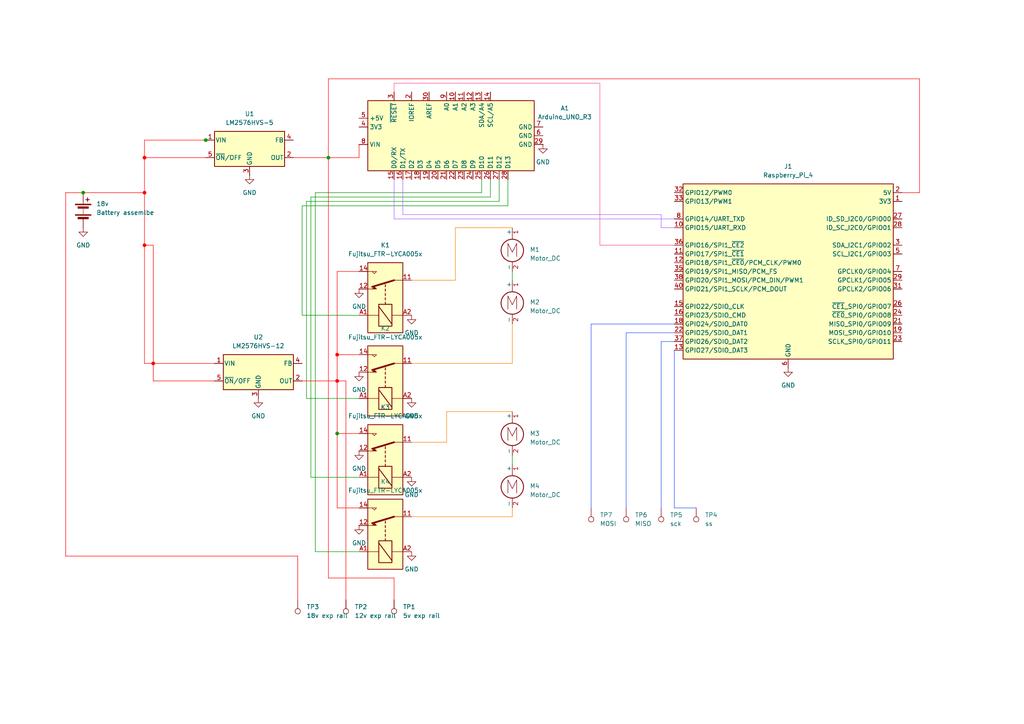
<source format=kicad_sch>
(kicad_sch (version 20250114) (generator "eeschema") (generator_version "9.0")
  (paper "A4")
  (title_block (title "Aurora drive system") (date "2025-09-28") (rev "1") (company "Aurora inc.") (comment 1 "- @lynet_101") (comment 2 "- Sebastian_lindau-skands") (comment 3 "if more power neeeded, the motor assembly can be powered parallel instead") (comment 4 "if parallel motors, then additional 12v regulators might be needed"))
  (lib_symbols
    (symbol "Connector:Raspberry_Pi_4"
      (property "Reference" "J" (at -17.526 48.768 0))
      (property "Value" "Raspberry_Pi_4" (at 15.748 -26.416 0))
      (symbol "Raspberry_Pi_4_0_1"
        (rectangle (start -30.48 25.4) (end 30.48 -25.4) (stroke (width 0.254)) (fill (type background)))
      )
      (symbol "Raspberry_Pi_4_1_1"
        (pin bidirectional line (at -33.02 22.86 0) (length 2.54) (name "GPIO12/PWM0") (number "32"))
        (pin bidirectional line (at -33.02 20.32 0) (length 2.54) (name "GPIO13/PWM1") (number "33"))
        (pin bidirectional line (at -33.02 15.24 0) (length 2.54) (name "GPIO14/UART_TXD") (number "8"))
        (pin bidirectional line (at -33.02 12.7 0) (length 2.54) (name "GPIO15/UART_RXD") (number "10"))
        (pin bidirectional line (at -33.02 7.62 0) (length 2.54) (name "GPIO16/SPI1_~{CE2}") (number "36"))
        (pin bidirectional line (at -33.02 5.08 0) (length 2.54) (name "GPIO17/SPI1_~{CE1}") (number "11"))
        (pin bidirectional line (at -33.02 2.54 0) (length 2.54) (name "GPIO18/SPI1_~{CE0}/PCM_CLK/PWM0") (number "12"))
        (pin bidirectional line (at -33.02 0 0) (length 2.54) (name "GPIO19/SPI1_MISO/PCM_FS") (number "35"))
        (pin bidirectional line (at -33.02 -2.54 0) (length 2.54) (name "GPIO20/SPI1_MOSI/PCM_DIN/PWM1") (number "38"))
        (pin bidirectional line (at -33.02 -5.08 0) (length 2.54) (name "GPIO21/SPI1_SCLK/PCM_DOUT") (number "40"))
        (pin bidirectional line (at -33.02 -10.16 0) (length 2.54) (name "GPIO22/SDIO_CLK") (number "15"))
        (pin bidirectional line (at -33.02 -12.7 0) (length 2.54) (name "GPIO23/SDIO_CMD") (number "16"))
        (pin bidirectional line (at -33.02 -15.24 0) (length 2.54) (name "GPIO24/SDIO_DAT0") (number "18"))
        (pin bidirectional line (at -33.02 -17.78 0) (length 2.54) (name "GPIO25/SDIO_DAT1") (number "22"))
        (pin bidirectional line (at -33.02 -20.32 0) (length 2.54) (name "GPIO26/SDIO_DAT2") (number "37"))
        (pin bidirectional line (at -33.02 -22.86 0) (length 2.54) (name "GPIO27/SDIO_DAT3") (number "13"))
        (pin passive line (at 0 -27.94 90) (length 2.54) (hide yes) (name "GND") (number "14"))
        (pin passive line (at 0 -27.94 90) (length 2.54) (hide yes) (name "GND") (number "20"))
        (pin passive line (at 0 -27.94 90) (length 2.54) (hide yes) (name "GND") (number "25"))
        (pin passive line (at 0 -27.94 90) (length 2.54) (hide yes) (name "GND") (number "30"))
        (pin passive line (at 0 -27.94 90) (length 2.54) (hide yes) (name "GND") (number "34"))
        (pin passive line (at 0 -27.94 90) (length 2.54) (hide yes) (name "GND") (number "39"))
        (pin power_out line (at 0 -27.94 90) (length 2.54) (name "GND") (number "6"))
        (pin passive line (at 0 -27.94 90) (length 2.54) (hide yes) (name "GND") (number "9"))
        (pin power_out line (at 33.02 22.86 180) (length 2.54) (name "5V") (number "2"))
        (pin passive line (at 33.02 22.86 180) (length 2.54) (hide yes) (name "5V") (number "4"))
        (pin power_out line (at 33.02 20.32 180) (length 2.54) (name "3V3") (number "1"))
        (pin passive line (at 33.02 20.32 180) (length 2.54) (hide yes) (name "3V3") (number "17"))
        (pin bidirectional line (at 33.02 15.24 180) (length 2.54) (name "ID_SD_I2C0/GPIO00") (number "27"))
        (pin bidirectional line (at 33.02 12.7 180) (length 2.54) (name "ID_SC_I2C0/GPIO01") (number "28"))
        (pin bidirectional line (at 33.02 7.62 180) (length 2.54) (name "SDA_I2C1/GPIO02") (number "3"))
        (pin bidirectional line (at 33.02 5.08 180) (length 2.54) (name "SCL_I2C1/GPIO03") (number "5"))
        (pin bidirectional line (at 33.02 0 180) (length 2.54) (name "GPCLK0/GPIO04") (number "7"))
        (pin bidirectional line (at 33.02 -2.54 180) (length 2.54) (name "GPCLK1/GPIO05") (number "29"))
        (pin bidirectional line (at 33.02 -5.08 180) (length 2.54) (name "GPCLK2/GPIO06") (number "31"))
        (pin bidirectional line (at 33.02 -10.16 180) (length 2.54) (name "~{CE1}_SPI0/GPIO07") (number "26"))
        (pin bidirectional line (at 33.02 -12.7 180) (length 2.54) (name "~{CE0}_SPI0/GPIO08") (number "24"))
        (pin bidirectional line (at 33.02 -15.24 180) (length 2.54) (name "MISO_SPI0/GPIO09") (number "21"))
        (pin bidirectional line (at 33.02 -17.78 180) (length 2.54) (name "MOSI_SPI0/GPIO10") (number "19"))
        (pin bidirectional line (at 33.02 -20.32 180) (length 2.54) (name "SCLK_SPI0/GPIO11") (number "23"))
      )
    )
    (symbol "Connector:TestPoint" (pin_numbers (hide yes)) (pin_names (offset 0.762) (hide yes))
      (property "Reference" "TP" (at 0 6.858 0))
      (property "Value" "TestPoint" (at 0 5.08 0))
      (symbol "TestPoint_0_1"
        (circle (center 0 3.302) (radius 0.762))
      )
      (symbol "TestPoint_1_1"
        (pin passive line (at 0 0 90) (length 2.54) (name "1") (number "1"))
      )
    )
    (symbol "Device:Battery" (pin_numbers (hide yes)) (pin_names (offset 0) (hide yes))
      (property "Reference" "BT" (at 2.54 2.54 0))
      (property "Value" "Battery" (at 2.54 0 0))
      (symbol "Battery_0_1"
        (rectangle (start -2.286 1.778) (end 2.286 1.524) (fill (type outline)))
        (rectangle (start -2.286 -1.27) (end 2.286 -1.524) (fill (type outline)))
        (rectangle (start -1.524 1.016) (end 1.524 0.508) (fill (type outline)))
        (rectangle (start -1.524 -2.032) (end 1.524 -2.54) (fill (type outline)))
        (polyline (pts (xy 0 1.778) (xy 0 2.54)))
        (polyline (pts (xy 0 0) (xy 0 0.254)))
        (polyline (pts (xy 0 -0.508) (xy 0 -0.254)))
        (polyline (pts (xy 0 -1.016) (xy 0 -0.762)))
        (polyline (pts (xy 0.762 3.048) (xy 1.778 3.048)) (stroke (width 0.254)))
        (polyline (pts (xy 1.27 3.556) (xy 1.27 2.54)) (stroke (width 0.254)))
      )
      (symbol "Battery_1_1"
        (pin passive line (at 0 5.08 270) (length 2.54) (name "+") (number "1"))
        (pin passive line (at 0 -5.08 90) (length 2.54) (name "-") (number "2"))
      )
    )
    (symbol "MCU_Module:Arduino_UNO_R2"
      (property "Reference" "A" (at -10.16 23.495 0))
      (property "Value" "Arduino_UNO_R2" (at 5.08 -26.67 0))
      (symbol "Arduino_UNO_R2_0_1"
        (rectangle (start -10.16 22.86) (end 10.16 -25.4) (stroke (width 0.254)) (fill (type background)))
      )
      (symbol "Arduino_UNO_R2_1_1"
        (pin bidirectional line (at -12.7 15.24 0) (length 2.54) (name "D0/RX") (number "15"))
        (pin bidirectional line (at -12.7 12.7 0) (length 2.54) (name "D1/TX") (number "16"))
        (pin bidirectional line (at -12.7 10.16 0) (length 2.54) (name "D2") (number "17"))
        (pin bidirectional line (at -12.7 7.62 0) (length 2.54) (name "D3") (number "18"))
        (pin bidirectional line (at -12.7 5.08 0) (length 2.54) (name "D4") (number "19"))
        (pin bidirectional line (at -12.7 2.54 0) (length 2.54) (name "D5") (number "20"))
        (pin bidirectional line (at -12.7 0 0) (length 2.54) (name "D6") (number "21"))
        (pin bidirectional line (at -12.7 -2.54 0) (length 2.54) (name "D7") (number "22"))
        (pin bidirectional line (at -12.7 -5.08 0) (length 2.54) (name "D8") (number "23"))
        (pin bidirectional line (at -12.7 -7.62 0) (length 2.54) (name "D9") (number "24"))
        (pin bidirectional line (at -12.7 -10.16 0) (length 2.54) (name "D10") (number "25"))
        (pin bidirectional line (at -12.7 -12.7 0) (length 2.54) (name "D11") (number "26"))
        (pin bidirectional line (at -12.7 -15.24 0) (length 2.54) (name "D12") (number "27"))
        (pin bidirectional line (at -12.7 -17.78 0) (length 2.54) (name "D13") (number "28"))
        (pin no_connect line (at -10.16 -20.32 0) (length 2.54) (hide yes) (name "NC") (number "1"))
        (pin power_in line (at -2.54 25.4 270) (length 2.54) (name "VIN") (number "8"))
        (pin power_in line (at -2.54 -27.94 90) (length 2.54) (name "GND") (number "29"))
        (pin power_in line (at 0 -27.94 90) (length 2.54) (name "GND") (number "6"))
        (pin power_out line (at 2.54 25.4 270) (length 2.54) (name "3V3") (number "4"))
        (pin power_in line (at 2.54 -27.94 90) (length 2.54) (name "GND") (number "7"))
        (pin power_out line (at 5.08 25.4 270) (length 2.54) (name "+5V") (number "5"))
        (pin input line (at 12.7 15.24 180) (length 2.54) (name "~{RESET}") (number "3"))
        (pin output line (at 12.7 10.16 180) (length 2.54) (name "IOREF") (number "2"))
        (pin input line (at 12.7 5.08 180) (length 2.54) (name "AREF") (number "30"))
        (pin bidirectional line (at 12.7 0 180) (length 2.54) (name "A0") (number "9"))
        (pin bidirectional line (at 12.7 -2.54 180) (length 2.54) (name "A1") (number "10"))
        (pin bidirectional line (at 12.7 -5.08 180) (length 2.54) (name "A2") (number "11"))
        (pin bidirectional line (at 12.7 -7.62 180) (length 2.54) (name "A3") (number "12"))
        (pin bidirectional line (at 12.7 -10.16 180) (length 2.54) (name "SDA/A4") (number "13"))
        (pin bidirectional line (at 12.7 -12.7 180) (length 2.54) (name "SCL/A5") (number "14"))
      )
    )
    (symbol "Motor:Motor_DC" (pin_names (offset 0))
      (property "Reference" "M" (at 2.54 2.54 0))
      (property "Value" "Motor_DC" (at 2.54 -5.08 0))
      (symbol "Motor_DC_0_0"
        (polyline (pts (xy -1.27 -3.302) (xy -1.27 0.508) (xy 0 -2.032) (xy 1.27 0.508) (xy 1.27 -3.302)))
      )
      (symbol "Motor_DC_0_1"
        (polyline (pts (xy 0 2.032) (xy 0 2.54)))
        (polyline (pts (xy 0 1.7272) (xy 0 2.0828)))
        (circle (center 0 -1.524) (radius 3.2512) (stroke (width 0.254)))
        (polyline (pts (xy 0 -4.7752) (xy 0 -5.1816)))
        (polyline (pts (xy 0 -7.62) (xy 0 -7.112)))
      )
      (symbol "Motor_DC_1_1"
        (pin passive line (at 0 5.08 270) (length 2.54) (name "+") (number "1"))
        (pin passive line (at 0 -7.62 90) (length 2.54) (name "-") (number "2"))
      )
    )
    (symbol "Regulator_Switching:LM2576HVS-12" (pin_names (offset 0.254))
      (property "Reference" "U" (at -10.16 6.35 0))
      (property "Value" "LM2576HVS-12" (at 0 6.35 0))
      (symbol "LM2576HVS-12_0_1"
        (rectangle (start -10.16 5.08) (end 10.16 -5.08) (stroke (width 0.254)) (fill (type background)))
      )
      (symbol "LM2576HVS-12_1_1"
        (pin power_in line (at -12.7 2.54 0) (length 2.54) (name "VIN") (number "1"))
        (pin input line (at -12.7 -2.54 0) (length 2.54) (name "~{ON}/OFF") (number "5"))
        (pin power_in line (at 0 -7.62 90) (length 2.54) (name "GND") (number "3"))
        (pin input line (at 12.7 2.54 180) (length 2.54) (name "FB") (number "4"))
        (pin output line (at 12.7 -2.54 180) (length 2.54) (name "OUT") (number "2"))
      )
    )
    (symbol "Regulator_Switching:LM2576HVS-5" (pin_names (offset 0.254))
      (property "Reference" "U" (at -10.16 6.35 0))
      (property "Value" "LM2576HVS-5" (at 0 6.35 0))
      (symbol "LM2576HVS-5_0_1"
        (rectangle (start -10.16 5.08) (end 10.16 -5.08) (stroke (width 0.254)) (fill (type background)))
      )
      (symbol "LM2576HVS-5_1_1"
        (pin power_in line (at -12.7 2.54 0) (length 2.54) (name "VIN") (number "1"))
        (pin input line (at -12.7 -2.54 0) (length 2.54) (name "~{ON}/OFF") (number "5"))
        (pin power_in line (at 0 -7.62 90) (length 2.54) (name "GND") (number "3"))
        (pin input line (at 12.7 2.54 180) (length 2.54) (name "FB") (number "4"))
        (pin output line (at 12.7 -2.54 180) (length 2.54) (name "OUT") (number "2"))
      )
    )
    (symbol "Relay:Fujitsu_FTR-LYCA005x"
      (property "Reference" "K" (at 11.43 3.81 0))
      (property "Value" "Fujitsu_FTR-LYCA005x" (at 11.43 1.27 0))
      (symbol "Fujitsu_FTR-LYCA005x_0_0"
        (polyline (pts (xy 7.62 5.08) (xy 7.62 2.54) (xy 6.985 3.175) (xy 7.62 3.81)))
      )
      (symbol "Fujitsu_FTR-LYCA005x_0_1"
        (rectangle (start -10.16 5.08) (end 10.16 -5.08) (stroke (width 0.254)) (fill (type background)))
        (rectangle (start -8.255 1.905) (end -1.905 -1.905) (stroke (width 0.254)))
        (polyline (pts (xy -7.62 -1.905) (xy -2.54 1.905)) (stroke (width 0.254)))
        (polyline (pts (xy -5.08 5.08) (xy -5.08 1.905)))
        (polyline (pts (xy -5.08 -5.08) (xy -5.08 -1.905)))
        (polyline (pts (xy -1.905 0) (xy -1.27 0)) (stroke (width 0.254)))
        (polyline (pts (xy -0.635 0) (xy 0 0)) (stroke (width 0.254)))
        (polyline (pts (xy 0.635 0) (xy 1.27 0)) (stroke (width 0.254)))
        (polyline (pts (xy 1.905 0) (xy 2.54 0)) (stroke (width 0.254)))
        (polyline (pts (xy 2.54 5.08) (xy 2.54 2.54) (xy 3.175 3.175) (xy 2.54 3.81)) (fill (type outline)))
        (polyline (pts (xy 3.175 0) (xy 3.81 0)) (stroke (width 0.254)))
        (polyline (pts (xy 5.08 -2.54) (xy 3.175 3.81)) (stroke (width 0.508)))
        (polyline (pts (xy 5.08 -2.54) (xy 5.08 -5.08)))
      )
      (symbol "Fujitsu_FTR-LYCA005x_1_1"
        (pin passive line (at -5.08 7.62 270) (length 2.54) (name "~") (number "A1"))
        (pin passive line (at -5.08 -7.62 90) (length 2.54) (name "~") (number "A2"))
        (pin passive line (at 2.54 7.62 270) (length 2.54) (name "~") (number "12"))
        (pin passive line (at 5.08 -7.62 90) (length 2.54) (name "~") (number "11"))
        (pin passive line (at 7.62 7.62 270) (length 2.54) (name "~") (number "14"))
      )
    )
    (symbol "power:GND" (power) (pin_numbers (hide yes)) (pin_names (offset 0) (hide yes))
      (property "Value" "GND" (at 0 -3.81 0))
      (symbol "GND_0_1"
        (polyline (pts (xy 0 0) (xy 0 -1.27) (xy 1.27 -1.27) (xy 0 -2.54) (xy -1.27 -1.27) (xy 0 -1.27)))
      )
      (symbol "GND_1_1"
        (pin power_in line (at 0 0 270) (length 0) (name "~") (number "1"))
      )
    )
  )
  (junction (at 95.25 45.72))
  (junction (at 41.91 55.88) (color 255 0 0 1))
  (junction (at 97.79 102.87) (color 255 0 0 1))
  (junction (at 97.79 125.73))
  (junction (at 97.79 110.49) (color 255 0 0 1))
  (junction (at 24.13 55.88))
  (junction (at 44.45 105.41) (color 255 0 0 1))
  (junction (at 41.91 45.72) (color 255 0 0 1))
  (junction (at 41.91 71.12) (color 255 0 0 1))
  (junction (at 59.69 40.64))
  (wire (pts (xy 171.45 147.32) (xy 171.45 93.98)) (stroke (width 0) (color 42 84 255 1)))
  (wire (pts (xy 91.44 55.88) (xy 139.7 55.88)))
  (wire (pts (xy 87.63 110.49) (xy 97.79 110.49)) (stroke (width 0) (color 255 0 0 1)))
  (wire (pts (xy 19.05 55.88) (xy 24.13 55.88)) (stroke (width 0) (color 255 0 0 1)))
  (wire (pts (xy 19.05 161.29) (xy 86.36 161.29)) (stroke (width 0) (color 255 0 0 1)))
  (wire (pts (xy 87.63 91.44) (xy 104.14 91.44)))
  (wire (pts (xy 41.91 55.88) (xy 41.91 71.12)) (stroke (width 0) (color 255 0 0 1)))
  (wire (pts (xy 62.23 110.49) (xy 44.45 110.49)) (stroke (width 0) (color 255 0 0 1)))
  (wire (pts (xy 44.45 110.49) (xy 44.45 105.41)) (stroke (width 0) (color 255 0 0 1)))
  (wire (pts (xy 119.38 128.27) (xy 129.54 128.27)) (stroke (width 0) (color 255 129 0 1)))
  (wire (pts (xy 191.77 66.04) (xy 195.58 66.04)) (stroke (width 0) (color 173 101 255 1)))
  (wire (pts (xy 95.25 45.72) (xy 104.14 45.72)) (stroke (width 0) (color 255 0 0 1)))
  (wire (pts (xy 19.05 161.29) (xy 19.05 55.88)) (stroke (width 0) (color 255 0 0 1)))
  (wire (pts (xy 171.45 93.98) (xy 195.58 93.98)) (stroke (width 0) (color 42 84 255 1)))
  (wire (pts (xy 104.14 138.43) (xy 90.17 138.43)))
  (wire (pts (xy 191.77 62.23) (xy 191.77 66.04)) (stroke (width 0) (color 173 101 255 1)))
  (wire (pts (xy 97.79 110.49) (xy 97.79 102.87)) (stroke (width 0) (color 255 0 0 1)))
  (wire (pts (xy 41.91 40.64) (xy 41.91 45.72)) (stroke (width 0) (color 255 0 0 1)))
  (wire (pts (xy 62.23 105.41) (xy 44.45 105.41)) (stroke (width 0) (color 255 0 0 1)))
  (wire (pts (xy 97.79 78.74) (xy 104.14 78.74)) (stroke (width 0) (color 255 0 0 1)))
  (wire (pts (xy 95.25 167.64) (xy 95.25 45.72)) (stroke (width 0) (color 255 0 0 1)))
  (wire (pts (xy 129.54 128.27) (xy 129.54 119.38)) (stroke (width 0) (color 255 129 0 1)))
  (wire (pts (xy 181.61 96.52) (xy 181.61 147.32)) (stroke (width 0) (color 42 84 255 1)))
  (wire (pts (xy 147.32 59.69) (xy 87.63 59.69)))
  (wire (pts (xy 104.14 160.02) (xy 91.44 160.02)))
  (wire (pts (xy 142.24 57.15) (xy 142.24 52.07)))
  (wire (pts (xy 114.3 173.99) (xy 114.3 167.64)) (stroke (width 0) (color 255 0 0 1)))
  (wire (pts (xy 44.45 105.41) (xy 44.45 71.12)) (stroke (width 0) (color 255 0 0 1)))
  (wire (pts (xy 44.45 105.41) (xy 41.91 105.41)) (stroke (width 0) (color 255 0 0 1)))
  (wire (pts (xy 85.09 45.72) (xy 95.25 45.72)) (stroke (width 0) (color 255 0 0 1)))
  (wire (pts (xy 88.9 58.42) (xy 144.78 58.42)))
  (wire (pts (xy 147.32 59.69) (xy 147.32 52.07)))
  (wire (pts (xy 100.33 110.49) (xy 97.79 110.49)) (stroke (width 0) (color 255 0 0 1)))
  (wire (pts (xy 195.58 96.52) (xy 181.61 96.52)) (stroke (width 0) (color 42 84 255 1)))
  (wire (pts (xy 104.14 45.72) (xy 104.14 41.91)) (stroke (width 0) (color 255 0 0 1)))
  (wire (pts (xy 148.59 105.41) (xy 119.38 105.41)) (stroke (width 0) (color 255 129 0 1)))
  (wire (pts (xy 129.54 119.38) (xy 148.59 119.38)) (stroke (width 0) (color 255 129 0 1)))
  (wire (pts (xy 44.45 71.12) (xy 41.91 71.12)) (stroke (width 0) (color 255 0 0 1)))
  (wire (pts (xy 116.84 52.07) (xy 116.84 62.23)) (stroke (width 0) (color 173 101 255 1)))
  (wire (pts (xy 97.79 102.87) (xy 97.79 78.74)) (stroke (width 0) (color 255 0 0 1)))
  (wire (pts (xy 88.9 115.57) (xy 88.9 58.42)))
  (wire (pts (xy 97.79 147.32) (xy 97.79 125.73)) (stroke (width 0) (color 255 0 0 1)))
  (wire (pts (xy 97.79 102.87) (xy 104.14 102.87)) (stroke (width 0) (color 255 0 0 1)))
  (wire (pts (xy 114.3 24.13) (xy 114.3 26.67)) (stroke (width 0) (color 255 78 147 1)))
  (wire (pts (xy 59.69 40.64) (xy 60.96 40.64)))
  (wire (pts (xy 114.3 63.5) (xy 114.3 52.07)) (stroke (width 0) (color 173 101 255 1)))
  (wire (pts (xy 90.17 57.15) (xy 142.24 57.15)))
  (wire (pts (xy 191.77 147.32) (xy 191.77 99.06)) (stroke (width 0) (color 42 84 255 1)))
  (wire (pts (xy 87.63 59.69) (xy 87.63 91.44)))
  (wire (pts (xy 95.25 22.86) (xy 95.25 45.72)) (stroke (width 0) (color 255 0 0 1)))
  (wire (pts (xy 195.58 71.12) (xy 173.99 71.12)) (stroke (width 0) (color 255 78 147 1)))
  (wire (pts (xy 132.08 66.04) (xy 148.59 66.04)) (stroke (width 0) (color 255 129 0 1)))
  (wire (pts (xy 173.99 71.12) (xy 173.99 24.13)) (stroke (width 0) (color 255 78 147 1)))
  (wire (pts (xy 148.59 78.74) (xy 148.59 81.28)))
  (wire (pts (xy 116.84 62.23) (xy 191.77 62.23)) (stroke (width 0) (color 173 101 255 1)))
  (wire (pts (xy 119.38 81.28) (xy 132.08 81.28)) (stroke (width 0) (color 255 129 0 1)))
  (wire (pts (xy 148.59 132.08) (xy 148.59 134.62)))
  (wire (pts (xy 104.14 125.73) (xy 97.79 125.73)) (stroke (width 0) (color 255 0 0 1)))
  (wire (pts (xy 173.99 24.13) (xy 114.3 24.13)) (stroke (width 0) (color 255 78 147 1)))
  (wire (pts (xy 148.59 93.98) (xy 148.59 105.41)) (stroke (width 0) (color 255 129 0 1)))
  (wire (pts (xy 104.14 115.57) (xy 88.9 115.57)))
  (wire (pts (xy 139.7 52.07) (xy 139.7 55.88)))
  (wire (pts (xy 148.59 149.86) (xy 119.38 149.86)) (stroke (width 0) (color 255 129 0 1)))
  (wire (pts (xy 24.13 55.88) (xy 41.91 55.88)) (stroke (width 0) (color 255 0 0 1)))
  (wire (pts (xy 100.33 173.99) (xy 100.33 110.49)) (stroke (width 0) (color 255 0 0 1)))
  (wire (pts (xy 41.91 45.72) (xy 41.91 55.88)) (stroke (width 0) (color 255 0 0 1)))
  (wire (pts (xy 97.79 125.73) (xy 97.79 110.49)) (stroke (width 0) (color 255 0 0 1)))
  (wire (pts (xy 41.91 40.64) (xy 59.69 40.64)) (stroke (width 0) (color 255 0 0 1)))
  (wire (pts (xy 195.58 147.32) (xy 201.93 147.32)) (stroke (width 0) (color 42 84 255 1)))
  (wire (pts (xy 86.36 173.99) (xy 86.36 161.29)) (stroke (width 0) (color 255 0 0 1)))
  (wire (pts (xy 90.17 138.43) (xy 90.17 57.15)))
  (wire (pts (xy 266.7 22.86) (xy 95.25 22.86)) (stroke (width 0) (color 255 0 0 1)))
  (wire (pts (xy 104.14 147.32) (xy 97.79 147.32)) (stroke (width 0) (color 255 0 0 1)))
  (wire (pts (xy 195.58 101.6) (xy 195.58 147.32)) (stroke (width 0) (color 42 84 255 1)))
  (wire (pts (xy 91.44 160.02) (xy 91.44 55.88)))
  (wire (pts (xy 148.59 147.32) (xy 148.59 149.86)) (stroke (width 0) (color 255 129 0 1)))
  (wire (pts (xy 191.77 99.06) (xy 195.58 99.06)) (stroke (width 0) (color 42 84 255 1)))
  (wire (pts (xy 195.58 63.5) (xy 114.3 63.5)) (stroke (width 0) (color 173 101 255 1)))
  (wire (pts (xy 114.3 167.64) (xy 95.25 167.64)) (stroke (width 0) (color 255 0 0 1)))
  (wire (pts (xy 41.91 105.41) (xy 41.91 71.12)) (stroke (width 0) (color 255 0 0 1)))
  (wire (pts (xy 261.62 55.88) (xy 266.7 55.88)) (stroke (width 0) (color 255 0 0 1)))
  (wire (pts (xy 266.7 55.88) (xy 266.7 22.86)) (stroke (width 0) (color 255 0 0 1)))
  (wire (pts (xy 132.08 81.28) (xy 132.08 66.04)) (stroke (width 0) (color 255 129 0 1)))
  (wire (pts (xy 41.91 45.72) (xy 59.69 45.72)) (stroke (width 0) (color 255 0 0 1)))
  (wire (pts (xy 144.78 58.42) (xy 144.78 52.07)))
  (symbol (lib_id "Motor:Motor_DC") (at 148.59 71.12 0) (unit 1)
    (property "Reference" "M1" (at 153.67 72.3899 0) (effects (justify left)))
    (property "Value" "Motor_DC" (at 153.67 74.9299 0) (effects (justify left)))
    (property "Description" "DC Motor" (effects (hide yes)))
  )
  (symbol (lib_id "power:GND") (at 104.14 107.95 0) (unit 1)
    (property "Reference" "#PWR010" (effects (hide yes)))
    (property "Value" "GND" (at 104.14 113.03 0))
    (property "Description" "Power symbol creates a global label with name \"GND\" , ground" (effects (hide yes)))
  )
  (symbol (lib_id "power:GND") (at 74.93 115.57 0) (unit 1)
    (property "Reference" "#PWR02" (effects (hide yes)))
    (property "Value" "GND" (at 74.93 120.65 0))
    (property "Description" "Power symbol creates a global label with name \"GND\" , ground" (effects (hide yes)))
  )
  (symbol (lib_id "Motor:Motor_DC") (at 148.59 139.7 0) (unit 1)
    (property "Reference" "M4" (at 153.67 140.9699 0) (effects (justify left)))
    (property "Value" "Motor_DC" (at 153.67 143.5099 0) (effects (justify left)))
    (property "Description" "DC Motor" (effects (hide yes)))
  )
  (symbol (lib_id "Relay:Fujitsu_FTR-LYCA005x") (at 111.76 86.36 90) (unit 1)
    (property "Reference" "K1" (at 111.76 71.12 90))
    (property "Value" "Fujitsu_FTR-LYCA005x" (at 111.76 73.66 90))
    (property "Footprint" "Relay_THT:Relay_SPDT_Fujitsu_FTR-LYCA005x_FormC_Vertical" (effects (hide yes)))
    (property "Datasheet" "https://www.fujitsu.com/sg/imagesgig5/ftr-ly.pdf" (effects (hide yes)))
    (property "Description" "Relay, SPDT Form C, vertical mount, 5-60V coil, 6A, 250VAC, 28 x 5 x 15mm" (effects (hide yes)))
  )
  (symbol (lib_id "power:GND") (at 119.38 115.57 0) (unit 1)
    (property "Reference" "#PWR07" (effects (hide yes)))
    (property "Value" "GND" (at 119.38 120.65 0))
    (property "Description" "Power symbol creates a global label with name \"GND\" , ground" (effects (hide yes)))
  )
  (symbol (lib_id "power:GND") (at 72.39 50.8 0) (unit 1)
    (property "Reference" "#PWR01" (effects (hide yes)))
    (property "Value" "GND" (at 72.39 55.88 0))
    (property "Description" "Power symbol creates a global label with name \"GND\" , ground" (effects (hide yes)))
  )
  (symbol (lib_id "power:GND") (at 104.14 83.82 0) (unit 1)
    (property "Reference" "#PWR03" (effects (hide yes)))
    (property "Value" "GND" (at 104.14 88.9 0))
    (property "Description" "Power symbol creates a global label with name \"GND\" , ground" (effects (hide yes)))
  )
  (symbol (lib_id "power:GND") (at 104.14 152.4 0) (unit 1)
    (property "Reference" "#PWR05" (effects (hide yes)))
    (property "Value" "GND" (at 104.14 157.48 0))
    (property "Description" "Power symbol creates a global label with name \"GND\" , ground" (effects (hide yes)))
  )
  (symbol (lib_id "Connector:Raspberry_Pi_4") (at 228.6 78.74 0) (unit 1)
    (property "Reference" "J1" (at 228.6 48.26 0))
    (property "Value" "Raspberry_Pi_4" (at 228.6 50.8 0))
    (property "Datasheet" "https://datasheets.raspberrypi.com/rpi4/raspberry-pi-4-datasheet.pdf" (effects (hide yes)))
    (property "Description" "Raspberry Pi 4 Model B" (effects (hide yes)))
  )
  (symbol (lib_id "MCU_Module:Arduino_UNO_R2") (at 129.54 39.37 90) (unit 1)
    (property "Reference" "A1" (at 163.83 31.3846 90))
    (property "Value" "Arduino_UNO_R3" (at 163.83 33.9246 90))
    (property "Footprint" "Module:Arduino_UNO_R2" (effects (hide yes)))
    (property "Datasheet" "https://www.arduino.cc/en/Main/arduinoBoardUno" (effects (hide yes)))
    (property "Description" "Arduino UNO Microcontroller Module, release 2" (effects (hide yes)))
  )
  (symbol (lib_id "Motor:Motor_DC") (at 148.59 124.46 0) (unit 1)
    (property "Reference" "M3" (at 153.67 125.7299 0) (effects (justify left)))
    (property "Value" "Motor_DC" (at 153.67 128.2699 0) (effects (justify left)))
    (property "Description" "DC Motor" (effects (hide yes)))
  )
  (symbol (lib_id "power:GND") (at 228.6 106.68 0) (unit 1)
    (property "Reference" "#PWR012" (effects (hide yes)))
    (property "Value" "GND" (at 228.6 111.76 0))
    (property "Description" "Power symbol creates a global label with name \"GND\" , ground" (effects (hide yes)))
  )
  (symbol (lib_id "Connector:TestPoint") (at 181.61 147.32 180) (unit 1)
    (property "Reference" "TP6" (at 184.15 149.3519 0) (effects (justify right)))
    (property "Value" "MISO" (at 184.15 151.8919 0) (effects (justify right)))
    (property "Description" "test point" (effects (hide yes)))
  )
  (symbol (lib_id "Relay:Fujitsu_FTR-LYCA005x") (at 111.76 110.49 90) (unit 1)
    (property "Reference" "K2" (at 111.76 95.25 90))
    (property "Value" "Fujitsu_FTR-LYCA005x" (at 111.76 97.79 90))
    (property "Footprint" "Relay_THT:Relay_SPDT_Fujitsu_FTR-LYCA005x_FormC_Vertical" (effects (hide yes)))
    (property "Datasheet" "https://www.fujitsu.com/sg/imagesgig5/ftr-ly.pdf" (effects (hide yes)))
    (property "Description" "Relay, SPDT Form C, vertical mount, 5-60V coil, 6A, 250VAC, 28 x 5 x 15mm" (effects (hide yes)))
  )
  (symbol (lib_id "Connector:TestPoint") (at 86.36 173.99 180) (unit 1)
    (property "Reference" "TP3" (at 88.9 176.0219 0) (effects (justify right)))
    (property "Value" "18v exp rail" (at 88.9 178.5619 0) (effects (justify right)))
    (property "Description" "test point" (effects (hide yes)))
  )
  (symbol (lib_id "Regulator_Switching:LM2576HVS-12") (at 74.93 107.95 0) (unit 1)
    (property "Reference" "U2" (at 74.93 97.79 0))
    (property "Value" "LM2576HVS-12" (at 74.93 100.33 0))
    (property "Footprint" "Package_TO_SOT_SMD:TO-263-5_TabPin3" (effects (hide yes)))
    (property "Datasheet" "http://www.ti.com/lit/ds/symlink/lm2576.pdf" (effects (hide yes)))
    (property "Description" "12V, 3A SIMPLE SWITCHER® Step-Down Voltage Regulator, High Voltage Input, TO-263" (effects (hide yes)))
  )
  (symbol (lib_id "Motor:Motor_DC") (at 148.59 86.36 0) (unit 1)
    (property "Reference" "M2" (at 153.67 87.6299 0) (effects (justify left)))
    (property "Value" "Motor_DC" (at 153.67 90.1699 0) (effects (justify left)))
    (property "Description" "DC Motor" (effects (hide yes)))
  )
  (symbol (lib_id "power:GND") (at 104.14 130.81 0) (unit 1)
    (property "Reference" "#PWR04" (effects (hide yes)))
    (property "Value" "GND" (at 104.14 135.89 0))
    (property "Description" "Power symbol creates a global label with name \"GND\" , ground" (effects (hide yes)))
  )
  (symbol (lib_id "Relay:Fujitsu_FTR-LYCA005x") (at 111.76 133.35 90) (unit 1)
    (property "Reference" "K3" (at 111.76 118.11 90))
    (property "Value" "Fujitsu_FTR-LYCA005x" (at 111.76 120.65 90))
    (property "Footprint" "Relay_THT:Relay_SPDT_Fujitsu_FTR-LYCA005x_FormC_Vertical" (effects (hide yes)))
    (property "Datasheet" "https://www.fujitsu.com/sg/imagesgig5/ftr-ly.pdf" (effects (hide yes)))
    (property "Description" "Relay, SPDT Form C, vertical mount, 5-60V coil, 6A, 250VAC, 28 x 5 x 15mm" (effects (hide yes)))
  )
  (symbol (lib_id "power:GND") (at 24.13 66.04 0) (unit 1)
    (property "Reference" "#PWR013" (effects (hide yes)))
    (property "Value" "GND" (at 24.13 71.12 0))
    (property "Description" "Power symbol creates a global label with name \"GND\" , ground" (effects (hide yes)))
  )
  (symbol (lib_id "Device:Battery") (at 24.13 60.96 0) (unit 1)
    (property "Reference" "18v" (at 27.94 59.1184 0) (effects (justify left)))
    (property "Value" "Battery assemlbe" (at 27.94 61.6584 0) (effects (justify left)))
    (property "Description" "Multiple-cell battery" (effects (hide yes)))
  )
  (symbol (lib_id "Connector:TestPoint") (at 171.45 147.32 180) (unit 1)
    (property "Reference" "TP7" (at 173.99 149.3519 0) (effects (justify right)))
    (property "Value" "MOSI" (at 173.99 151.8919 0) (effects (justify right)))
    (property "Description" "test point" (effects (hide yes)))
  )
  (symbol (lib_id "Connector:TestPoint") (at 201.93 147.32 180) (unit 1)
    (property "Reference" "TP4" (at 204.47 149.3519 0) (effects (justify right)))
    (property "Value" "ss" (at 204.47 151.8919 0) (effects (justify right)))
    (property "Description" "test point" (effects (hide yes)))
  )
  (symbol (lib_id "Connector:TestPoint") (at 114.3 173.99 180) (unit 1)
    (property "Reference" "TP1" (at 116.84 176.0219 0) (effects (justify right)))
    (property "Value" "5v exp rail" (at 116.84 178.5619 0) (effects (justify right)))
    (property "Description" "test point" (effects (hide yes)))
  )
  (symbol (lib_id "power:GND") (at 119.38 160.02 0) (unit 1)
    (property "Reference" "#PWR09" (effects (hide yes)))
    (property "Value" "GND" (at 119.38 165.1 0))
    (property "Description" "Power symbol creates a global label with name \"GND\" , ground" (effects (hide yes)))
  )
  (symbol (lib_id "power:GND") (at 157.48 41.91 0) (unit 1)
    (property "Reference" "#PWR011" (effects (hide yes)))
    (property "Value" "GND" (at 157.48 46.99 0))
    (property "Description" "Power symbol creates a global label with name \"GND\" , ground" (effects (hide yes)))
  )
  (symbol (lib_id "power:GND") (at 119.38 91.44 0) (unit 1)
    (property "Reference" "#PWR06" (effects (hide yes)))
    (property "Value" "GND" (at 119.38 96.52 0))
    (property "Description" "Power symbol creates a global label with name \"GND\" , ground" (effects (hide yes)))
  )
  (symbol (lib_id "Regulator_Switching:LM2576HVS-5") (at 72.39 43.18 0) (unit 1)
    (property "Reference" "U1" (at 72.39 33.02 0))
    (property "Value" "LM2576HVS-5" (at 72.39 35.56 0))
    (property "Footprint" "Package_TO_SOT_SMD:TO-263-5_TabPin3" (effects (hide yes)))
    (property "Datasheet" "http://www.ti.com/lit/ds/symlink/lm2576.pdf" (effects (hide yes)))
    (property "Description" "5V 3A, SIMPLE SWITCHER® Step-Down Voltage Regulator, High Voltage Input, TO-263" (effects (hide yes)))
  )
  (symbol (lib_id "Connector:TestPoint") (at 100.33 173.99 180) (unit 1)
    (property "Reference" "TP2" (at 102.87 176.0219 0) (effects (justify right)))
    (property "Value" "12v exp rail" (at 102.87 178.5619 0) (effects (justify right)))
    (property "Description" "test point" (effects (hide yes)))
  )
  (symbol (lib_id "Relay:Fujitsu_FTR-LYCA005x") (at 111.76 154.94 90) (unit 1)
    (property "Reference" "K4" (at 111.76 139.7 90))
    (property "Value" "Fujitsu_FTR-LYCA005x" (at 111.76 142.24 90))
    (property "Footprint" "Relay_THT:Relay_SPDT_Fujitsu_FTR-LYCA005x_FormC_Vertical" (effects (hide yes)))
    (property "Datasheet" "https://www.fujitsu.com/sg/imagesgig5/ftr-ly.pdf" (effects (hide yes)))
    (property "Description" "Relay, SPDT Form C, vertical mount, 5-60V coil, 6A, 250VAC, 28 x 5 x 15mm" (effects (hide yes)))
  )
  (symbol (lib_id "power:GND") (at 119.38 138.43 0) (unit 1)
    (property "Reference" "#PWR08" (effects (hide yes)))
    (property "Value" "GND" (at 119.38 143.51 0))
    (property "Description" "Power symbol creates a global label with name \"GND\" , ground" (effects (hide yes)))
  )
  (symbol (lib_id "Connector:TestPoint") (at 191.77 147.32 180) (unit 1)
    (property "Reference" "TP5" (at 194.31 149.3519 0) (effects (justify right)))
    (property "Value" "sck" (at 194.31 151.8919 0) (effects (justify right)))
    (property "Description" "test point" (effects (hide yes)))
  )
)
</source>
